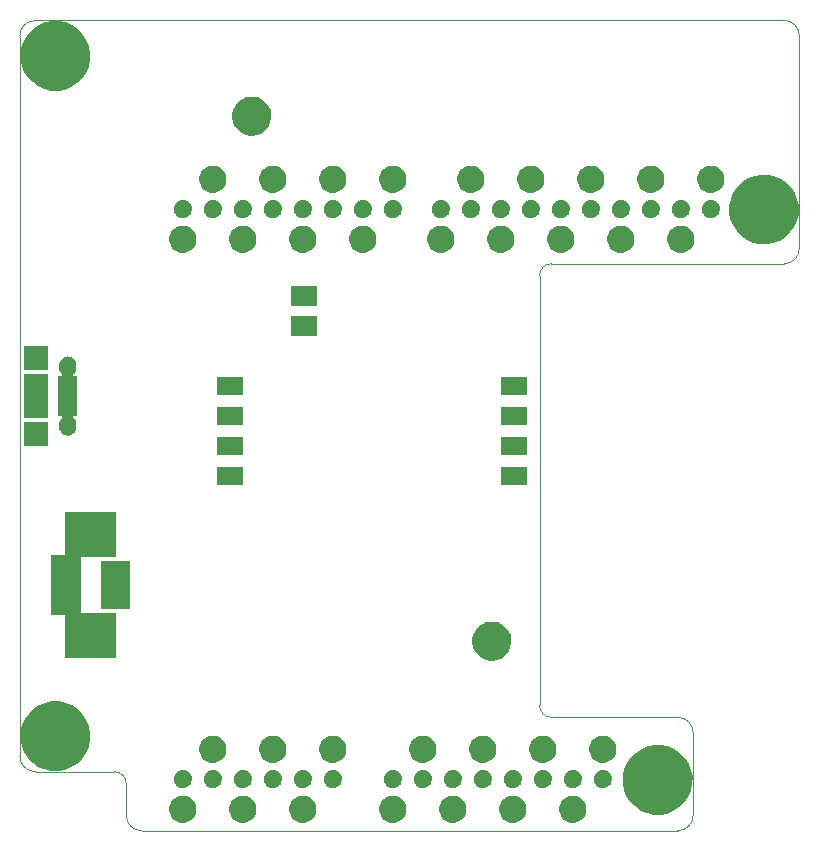
<source format=gts>
G04 (created by PCBNEW (2013-05-31 BZR 4019)-stable) date 23/02/2014 19:03:25*
%MOIN*%
G04 Gerber Fmt 3.4, Leading zero omitted, Abs format*
%FSLAX34Y34*%
G01*
G70*
G90*
G04 APERTURE LIST*
%ADD10C,0.00590551*%
%ADD11C,0.000393701*%
G04 APERTURE END LIST*
G54D10*
G54D11*
X42173Y-51606D02*
X42173Y-27590D01*
X42173Y-27590D02*
G75*
G02X42685Y-27078I511J0D01*
G74*
G01*
X45716Y-52511D02*
X45716Y-53574D01*
X42685Y-52118D02*
X45322Y-52118D01*
X67645Y-27078D02*
X42685Y-27078D01*
X68157Y-34677D02*
X68157Y-27590D01*
X59889Y-35188D02*
X67645Y-35188D01*
X59496Y-49913D02*
X59496Y-35582D01*
X64102Y-50307D02*
X59889Y-50307D01*
X64614Y-53574D02*
X64614Y-50818D01*
X46228Y-54086D02*
X64102Y-54086D01*
X45322Y-52118D02*
G75*
G02X45716Y-52511I0J-393D01*
G74*
G01*
X42685Y-52118D02*
G75*
G02X42173Y-51606I0J511D01*
G74*
G01*
X67645Y-27078D02*
G75*
G02X68157Y-27590I0J-511D01*
G74*
G01*
X68157Y-34678D02*
G75*
G02X67645Y-35188I-511J0D01*
G74*
G01*
X59496Y-35581D02*
G75*
G02X59889Y-35188I393J0D01*
G74*
G01*
X59889Y-50307D02*
G75*
G02X59496Y-49913I0J393D01*
G74*
G01*
X64103Y-50307D02*
G75*
G02X64614Y-50818I0J-511D01*
G74*
G01*
X64614Y-53575D02*
G75*
G02X64102Y-54086I-511J0D01*
G74*
G01*
X46227Y-54086D02*
G75*
G02X45716Y-53574I0J511D01*
G74*
G01*
G54D10*
G36*
X43099Y-38733D02*
X42310Y-38733D01*
X42310Y-37944D01*
X43099Y-37944D01*
X43099Y-38733D01*
X43099Y-38733D01*
G37*
G36*
X43099Y-40347D02*
X42310Y-40347D01*
X42310Y-39606D01*
X42310Y-39590D01*
X42310Y-38849D01*
X43099Y-38849D01*
X43099Y-39590D01*
X43099Y-39606D01*
X43099Y-40347D01*
X43099Y-40347D01*
G37*
G36*
X43099Y-41252D02*
X42310Y-41252D01*
X42310Y-40463D01*
X43099Y-40463D01*
X43099Y-41252D01*
X43099Y-41252D01*
G37*
G36*
X44093Y-40258D02*
X43999Y-40258D01*
X43983Y-40258D01*
X43969Y-40264D01*
X43958Y-40275D01*
X43952Y-40289D01*
X43952Y-40304D01*
X43958Y-40319D01*
X43969Y-40329D01*
X43970Y-40330D01*
X44005Y-40373D01*
X44031Y-40422D01*
X44047Y-40476D01*
X44053Y-40539D01*
X44053Y-40626D01*
X44053Y-40630D01*
X44053Y-40637D01*
X44053Y-40637D01*
X44046Y-40692D01*
X44046Y-40692D01*
X44046Y-40693D01*
X44030Y-40745D01*
X44002Y-40795D01*
X43967Y-40837D01*
X43923Y-40872D01*
X43874Y-40898D01*
X43820Y-40914D01*
X43766Y-40919D01*
X43710Y-40913D01*
X43657Y-40896D01*
X43607Y-40870D01*
X43565Y-40834D01*
X43529Y-40791D01*
X43503Y-40742D01*
X43487Y-40689D01*
X43481Y-40626D01*
X43481Y-40539D01*
X43481Y-40534D01*
X43482Y-40528D01*
X43482Y-40527D01*
X43488Y-40472D01*
X43488Y-40472D01*
X43488Y-40471D01*
X43505Y-40419D01*
X43532Y-40370D01*
X43570Y-40325D01*
X43576Y-40319D01*
X43581Y-40304D01*
X43581Y-40289D01*
X43576Y-40275D01*
X43565Y-40264D01*
X43551Y-40258D01*
X43535Y-40258D01*
X43442Y-40258D01*
X43442Y-40049D01*
X43442Y-40033D01*
X43442Y-39930D01*
X43442Y-39915D01*
X43442Y-39793D01*
X43442Y-39777D01*
X43442Y-39675D01*
X43442Y-39659D01*
X43442Y-39537D01*
X43442Y-39521D01*
X43442Y-39419D01*
X43442Y-39403D01*
X43442Y-39281D01*
X43442Y-39265D01*
X43442Y-39163D01*
X43442Y-39147D01*
X43442Y-38938D01*
X43536Y-38938D01*
X43551Y-38938D01*
X43565Y-38932D01*
X43576Y-38921D01*
X43582Y-38907D01*
X43582Y-38891D01*
X43576Y-38877D01*
X43565Y-38866D01*
X43565Y-38866D01*
X43529Y-38823D01*
X43503Y-38774D01*
X43487Y-38720D01*
X43481Y-38657D01*
X43481Y-38570D01*
X43481Y-38566D01*
X43482Y-38559D01*
X43482Y-38559D01*
X43488Y-38503D01*
X43488Y-38503D01*
X43488Y-38503D01*
X43505Y-38451D01*
X43532Y-38401D01*
X43567Y-38359D01*
X43611Y-38324D01*
X43660Y-38298D01*
X43714Y-38282D01*
X43769Y-38277D01*
X43825Y-38283D01*
X43878Y-38299D01*
X43927Y-38326D01*
X43970Y-38361D01*
X44005Y-38405D01*
X44031Y-38454D01*
X44047Y-38507D01*
X44053Y-38570D01*
X44053Y-38657D01*
X44053Y-38662D01*
X44053Y-38668D01*
X44053Y-38668D01*
X44046Y-38724D01*
X44046Y-38724D01*
X44046Y-38725D01*
X44030Y-38777D01*
X44002Y-38826D01*
X43965Y-38871D01*
X43959Y-38877D01*
X43953Y-38891D01*
X43953Y-38907D01*
X43959Y-38921D01*
X43970Y-38932D01*
X43984Y-38938D01*
X43999Y-38938D01*
X44093Y-38938D01*
X44093Y-39147D01*
X44093Y-39163D01*
X44093Y-39265D01*
X44093Y-39281D01*
X44093Y-39403D01*
X44093Y-39419D01*
X44093Y-39521D01*
X44093Y-39537D01*
X44093Y-39659D01*
X44093Y-39675D01*
X44093Y-39777D01*
X44093Y-39793D01*
X44093Y-39915D01*
X44093Y-39930D01*
X44093Y-40033D01*
X44093Y-40049D01*
X44093Y-40258D01*
X44093Y-40258D01*
G37*
G36*
X44516Y-28148D02*
X44512Y-28403D01*
X44461Y-28631D01*
X44370Y-28833D01*
X44236Y-29024D01*
X44075Y-29177D01*
X43878Y-29303D01*
X43671Y-29383D01*
X43440Y-29423D01*
X43219Y-29419D01*
X42990Y-29369D01*
X42787Y-29280D01*
X42595Y-29146D01*
X42441Y-28987D01*
X42314Y-28790D01*
X42233Y-28584D01*
X42190Y-28354D01*
X42193Y-28133D01*
X42242Y-27903D01*
X42329Y-27700D01*
X42462Y-27506D01*
X42620Y-27352D01*
X42816Y-27223D01*
X43021Y-27140D01*
X43252Y-27096D01*
X43472Y-27098D01*
X43703Y-27145D01*
X43906Y-27231D01*
X44101Y-27362D01*
X44256Y-27519D01*
X44386Y-27715D01*
X44470Y-27918D01*
X44516Y-28148D01*
X44516Y-28148D01*
G37*
G36*
X44516Y-50825D02*
X44512Y-51080D01*
X44461Y-51308D01*
X44370Y-51511D01*
X44236Y-51701D01*
X44075Y-51855D01*
X43878Y-51980D01*
X43671Y-52060D01*
X43440Y-52101D01*
X43219Y-52096D01*
X42990Y-52046D01*
X42787Y-51957D01*
X42595Y-51823D01*
X42441Y-51664D01*
X42314Y-51467D01*
X42233Y-51261D01*
X42190Y-51031D01*
X42193Y-50810D01*
X42242Y-50580D01*
X42329Y-50377D01*
X42462Y-50183D01*
X42620Y-50029D01*
X42816Y-49900D01*
X43021Y-49818D01*
X43252Y-49774D01*
X43472Y-49775D01*
X43703Y-49822D01*
X43906Y-49908D01*
X44101Y-50039D01*
X44256Y-50196D01*
X44386Y-50392D01*
X44470Y-50595D01*
X44516Y-50825D01*
X44516Y-50825D01*
G37*
G36*
X45382Y-48339D02*
X43688Y-48339D01*
X43688Y-46928D01*
X43688Y-46913D01*
X43682Y-46899D01*
X43671Y-46888D01*
X43657Y-46882D01*
X43641Y-46882D01*
X43215Y-46882D01*
X43215Y-46535D01*
X43215Y-46519D01*
X43215Y-46456D01*
X43215Y-46441D01*
X43215Y-46141D01*
X43215Y-46126D01*
X43215Y-46062D01*
X43215Y-46047D01*
X43215Y-45747D01*
X43215Y-45732D01*
X43215Y-45669D01*
X43215Y-45653D01*
X43215Y-45354D01*
X43215Y-45338D01*
X43215Y-45275D01*
X43215Y-45260D01*
X43215Y-44912D01*
X43641Y-44912D01*
X43657Y-44912D01*
X43671Y-44906D01*
X43682Y-44895D01*
X43688Y-44881D01*
X43688Y-44866D01*
X43688Y-43455D01*
X45382Y-43455D01*
X45382Y-44953D01*
X44247Y-44953D01*
X44232Y-44953D01*
X44218Y-44959D01*
X44207Y-44970D01*
X44201Y-44984D01*
X44201Y-44999D01*
X44201Y-45260D01*
X44201Y-45275D01*
X44201Y-45338D01*
X44201Y-45354D01*
X44201Y-45653D01*
X44201Y-45669D01*
X44201Y-45732D01*
X44201Y-45747D01*
X44201Y-46047D01*
X44201Y-46062D01*
X44201Y-46126D01*
X44201Y-46141D01*
X44201Y-46441D01*
X44201Y-46456D01*
X44201Y-46519D01*
X44201Y-46535D01*
X44201Y-46795D01*
X44201Y-46810D01*
X44207Y-46825D01*
X44218Y-46835D01*
X44232Y-46841D01*
X44247Y-46841D01*
X45382Y-46841D01*
X45382Y-48339D01*
X45382Y-48339D01*
G37*
G36*
X45855Y-46685D02*
X44869Y-46685D01*
X44869Y-46338D01*
X44869Y-46323D01*
X44869Y-46259D01*
X44869Y-46244D01*
X44869Y-45944D01*
X44869Y-45929D01*
X44869Y-45865D01*
X44869Y-45850D01*
X44869Y-45550D01*
X44869Y-45535D01*
X44869Y-45472D01*
X44869Y-45456D01*
X44869Y-45109D01*
X45855Y-45109D01*
X45855Y-45456D01*
X45855Y-45472D01*
X45855Y-45535D01*
X45855Y-45550D01*
X45855Y-45850D01*
X45855Y-45865D01*
X45855Y-45929D01*
X45855Y-45944D01*
X45855Y-46244D01*
X45855Y-46259D01*
X45855Y-46323D01*
X45855Y-46338D01*
X45855Y-46685D01*
X45855Y-46685D01*
G37*
G36*
X47908Y-33342D02*
X47907Y-33405D01*
X47892Y-33469D01*
X47870Y-33519D01*
X47832Y-33572D01*
X47793Y-33610D01*
X47738Y-33645D01*
X47687Y-33664D01*
X47622Y-33676D01*
X47569Y-33675D01*
X47504Y-33661D01*
X47455Y-33639D01*
X47401Y-33601D01*
X47363Y-33563D01*
X47327Y-33507D01*
X47308Y-33457D01*
X47296Y-33392D01*
X47296Y-33339D01*
X47310Y-33274D01*
X47331Y-33225D01*
X47369Y-33170D01*
X47407Y-33133D01*
X47463Y-33096D01*
X47512Y-33076D01*
X47578Y-33064D01*
X47630Y-33064D01*
X47696Y-33077D01*
X47745Y-33098D01*
X47800Y-33135D01*
X47837Y-33173D01*
X47875Y-33229D01*
X47895Y-33277D01*
X47908Y-33342D01*
X47908Y-33342D01*
G37*
G36*
X47908Y-52342D02*
X47907Y-52405D01*
X47892Y-52469D01*
X47870Y-52519D01*
X47832Y-52572D01*
X47793Y-52610D01*
X47738Y-52645D01*
X47687Y-52664D01*
X47622Y-52676D01*
X47569Y-52675D01*
X47504Y-52661D01*
X47455Y-52639D01*
X47401Y-52601D01*
X47363Y-52563D01*
X47327Y-52507D01*
X47308Y-52457D01*
X47296Y-52392D01*
X47296Y-52339D01*
X47310Y-52274D01*
X47331Y-52225D01*
X47369Y-52170D01*
X47407Y-52133D01*
X47463Y-52096D01*
X47512Y-52076D01*
X47578Y-52064D01*
X47630Y-52064D01*
X47696Y-52077D01*
X47745Y-52098D01*
X47800Y-52135D01*
X47837Y-52173D01*
X47875Y-52229D01*
X47895Y-52277D01*
X47908Y-52342D01*
X47908Y-52342D01*
G37*
G36*
X48055Y-34328D02*
X48054Y-34424D01*
X48033Y-34516D01*
X47999Y-34592D01*
X47945Y-34669D01*
X47884Y-34727D01*
X47804Y-34777D01*
X47727Y-34807D01*
X47634Y-34824D01*
X47551Y-34822D01*
X47458Y-34802D01*
X47382Y-34769D01*
X47304Y-34714D01*
X47247Y-34655D01*
X47195Y-34575D01*
X47165Y-34498D01*
X47148Y-34404D01*
X47149Y-34322D01*
X47169Y-34229D01*
X47201Y-34153D01*
X47255Y-34074D01*
X47314Y-34017D01*
X47394Y-33964D01*
X47470Y-33934D01*
X47564Y-33916D01*
X47646Y-33916D01*
X47740Y-33936D01*
X47815Y-33967D01*
X47895Y-34021D01*
X47952Y-34079D01*
X48006Y-34159D01*
X48037Y-34234D01*
X48055Y-34328D01*
X48055Y-34328D01*
G37*
G36*
X48055Y-53328D02*
X48054Y-53424D01*
X48033Y-53516D01*
X47999Y-53592D01*
X47945Y-53669D01*
X47884Y-53727D01*
X47804Y-53777D01*
X47727Y-53807D01*
X47634Y-53824D01*
X47551Y-53822D01*
X47458Y-53802D01*
X47382Y-53769D01*
X47304Y-53714D01*
X47247Y-53655D01*
X47195Y-53575D01*
X47165Y-53498D01*
X47148Y-53404D01*
X47149Y-53322D01*
X47169Y-53229D01*
X47201Y-53153D01*
X47255Y-53074D01*
X47314Y-53017D01*
X47394Y-52964D01*
X47470Y-52934D01*
X47564Y-52916D01*
X47646Y-52916D01*
X47740Y-52936D01*
X47815Y-52967D01*
X47895Y-53021D01*
X47952Y-53079D01*
X48006Y-53159D01*
X48037Y-53234D01*
X48055Y-53328D01*
X48055Y-53328D01*
G37*
G36*
X48908Y-33342D02*
X48907Y-33405D01*
X48892Y-33469D01*
X48870Y-33519D01*
X48832Y-33572D01*
X48793Y-33610D01*
X48738Y-33645D01*
X48687Y-33664D01*
X48622Y-33676D01*
X48569Y-33675D01*
X48504Y-33661D01*
X48455Y-33639D01*
X48401Y-33601D01*
X48363Y-33563D01*
X48327Y-33507D01*
X48308Y-33457D01*
X48296Y-33392D01*
X48296Y-33339D01*
X48310Y-33274D01*
X48331Y-33225D01*
X48369Y-33170D01*
X48407Y-33133D01*
X48463Y-33096D01*
X48512Y-33076D01*
X48578Y-33064D01*
X48630Y-33064D01*
X48696Y-33077D01*
X48745Y-33098D01*
X48800Y-33135D01*
X48837Y-33173D01*
X48875Y-33229D01*
X48895Y-33277D01*
X48908Y-33342D01*
X48908Y-33342D01*
G37*
G36*
X48908Y-52342D02*
X48907Y-52405D01*
X48892Y-52469D01*
X48870Y-52519D01*
X48832Y-52572D01*
X48793Y-52610D01*
X48738Y-52645D01*
X48687Y-52664D01*
X48622Y-52676D01*
X48569Y-52675D01*
X48504Y-52661D01*
X48455Y-52639D01*
X48401Y-52601D01*
X48363Y-52563D01*
X48327Y-52507D01*
X48308Y-52457D01*
X48296Y-52392D01*
X48296Y-52339D01*
X48310Y-52274D01*
X48331Y-52225D01*
X48369Y-52170D01*
X48407Y-52133D01*
X48463Y-52096D01*
X48512Y-52076D01*
X48578Y-52064D01*
X48630Y-52064D01*
X48696Y-52077D01*
X48745Y-52098D01*
X48800Y-52135D01*
X48837Y-52173D01*
X48875Y-52229D01*
X48895Y-52277D01*
X48908Y-52342D01*
X48908Y-52342D01*
G37*
G36*
X49055Y-32328D02*
X49054Y-32424D01*
X49033Y-32516D01*
X48999Y-32592D01*
X48945Y-32669D01*
X48884Y-32727D01*
X48804Y-32777D01*
X48727Y-32807D01*
X48634Y-32824D01*
X48551Y-32822D01*
X48458Y-32802D01*
X48382Y-32769D01*
X48304Y-32714D01*
X48247Y-32655D01*
X48195Y-32575D01*
X48165Y-32498D01*
X48148Y-32404D01*
X48149Y-32322D01*
X48169Y-32229D01*
X48201Y-32153D01*
X48255Y-32074D01*
X48314Y-32017D01*
X48394Y-31964D01*
X48470Y-31934D01*
X48564Y-31916D01*
X48646Y-31916D01*
X48740Y-31936D01*
X48815Y-31967D01*
X48895Y-32021D01*
X48952Y-32079D01*
X49006Y-32159D01*
X49037Y-32234D01*
X49055Y-32328D01*
X49055Y-32328D01*
G37*
G36*
X49055Y-51328D02*
X49054Y-51424D01*
X49033Y-51516D01*
X48999Y-51592D01*
X48945Y-51669D01*
X48884Y-51727D01*
X48804Y-51777D01*
X48727Y-51807D01*
X48634Y-51824D01*
X48551Y-51822D01*
X48458Y-51802D01*
X48382Y-51769D01*
X48304Y-51714D01*
X48247Y-51655D01*
X48195Y-51575D01*
X48165Y-51498D01*
X48148Y-51404D01*
X48149Y-51322D01*
X48169Y-51229D01*
X48201Y-51153D01*
X48255Y-51074D01*
X48314Y-51017D01*
X48394Y-50964D01*
X48470Y-50934D01*
X48564Y-50916D01*
X48646Y-50916D01*
X48740Y-50936D01*
X48815Y-50967D01*
X48895Y-51021D01*
X48952Y-51079D01*
X49006Y-51159D01*
X49037Y-51234D01*
X49055Y-51328D01*
X49055Y-51328D01*
G37*
G36*
X49595Y-39563D02*
X48727Y-39563D01*
X48727Y-38971D01*
X49595Y-38971D01*
X49595Y-39563D01*
X49595Y-39563D01*
G37*
G36*
X49595Y-40563D02*
X48727Y-40563D01*
X48727Y-39971D01*
X49595Y-39971D01*
X49595Y-40563D01*
X49595Y-40563D01*
G37*
G36*
X49595Y-41563D02*
X48727Y-41563D01*
X48727Y-40971D01*
X49595Y-40971D01*
X49595Y-41563D01*
X49595Y-41563D01*
G37*
G36*
X49595Y-42563D02*
X48727Y-42563D01*
X48727Y-41971D01*
X49595Y-41971D01*
X49595Y-42563D01*
X49595Y-42563D01*
G37*
G36*
X49908Y-33342D02*
X49907Y-33405D01*
X49892Y-33469D01*
X49870Y-33519D01*
X49832Y-33572D01*
X49793Y-33610D01*
X49738Y-33645D01*
X49687Y-33664D01*
X49622Y-33676D01*
X49569Y-33675D01*
X49504Y-33661D01*
X49455Y-33639D01*
X49401Y-33601D01*
X49363Y-33563D01*
X49327Y-33507D01*
X49308Y-33457D01*
X49296Y-33392D01*
X49296Y-33339D01*
X49310Y-33274D01*
X49331Y-33225D01*
X49369Y-33170D01*
X49407Y-33133D01*
X49463Y-33096D01*
X49512Y-33076D01*
X49578Y-33064D01*
X49630Y-33064D01*
X49696Y-33077D01*
X49745Y-33098D01*
X49800Y-33135D01*
X49837Y-33173D01*
X49875Y-33229D01*
X49895Y-33277D01*
X49908Y-33342D01*
X49908Y-33342D01*
G37*
G36*
X49908Y-52342D02*
X49907Y-52405D01*
X49892Y-52469D01*
X49870Y-52519D01*
X49832Y-52572D01*
X49793Y-52610D01*
X49738Y-52645D01*
X49687Y-52664D01*
X49622Y-52676D01*
X49569Y-52675D01*
X49504Y-52661D01*
X49455Y-52639D01*
X49401Y-52601D01*
X49363Y-52563D01*
X49327Y-52507D01*
X49308Y-52457D01*
X49296Y-52392D01*
X49296Y-52339D01*
X49310Y-52274D01*
X49331Y-52225D01*
X49369Y-52170D01*
X49407Y-52133D01*
X49463Y-52096D01*
X49512Y-52076D01*
X49578Y-52064D01*
X49630Y-52064D01*
X49696Y-52077D01*
X49745Y-52098D01*
X49800Y-52135D01*
X49837Y-52173D01*
X49875Y-52229D01*
X49895Y-52277D01*
X49908Y-52342D01*
X49908Y-52342D01*
G37*
G36*
X50055Y-34328D02*
X50054Y-34424D01*
X50033Y-34516D01*
X49999Y-34592D01*
X49945Y-34669D01*
X49884Y-34727D01*
X49804Y-34777D01*
X49727Y-34807D01*
X49634Y-34824D01*
X49551Y-34822D01*
X49458Y-34802D01*
X49382Y-34769D01*
X49304Y-34714D01*
X49247Y-34655D01*
X49195Y-34575D01*
X49165Y-34498D01*
X49148Y-34404D01*
X49149Y-34322D01*
X49169Y-34229D01*
X49201Y-34153D01*
X49255Y-34074D01*
X49314Y-34017D01*
X49394Y-33964D01*
X49470Y-33934D01*
X49564Y-33916D01*
X49646Y-33916D01*
X49740Y-33936D01*
X49815Y-33967D01*
X49895Y-34021D01*
X49952Y-34079D01*
X50006Y-34159D01*
X50037Y-34234D01*
X50055Y-34328D01*
X50055Y-34328D01*
G37*
G36*
X50055Y-53328D02*
X50054Y-53424D01*
X50033Y-53516D01*
X49999Y-53592D01*
X49945Y-53669D01*
X49884Y-53727D01*
X49804Y-53777D01*
X49727Y-53807D01*
X49634Y-53824D01*
X49551Y-53822D01*
X49458Y-53802D01*
X49382Y-53769D01*
X49304Y-53714D01*
X49247Y-53655D01*
X49195Y-53575D01*
X49165Y-53498D01*
X49148Y-53404D01*
X49149Y-53322D01*
X49169Y-53229D01*
X49201Y-53153D01*
X49255Y-53074D01*
X49314Y-53017D01*
X49394Y-52964D01*
X49470Y-52934D01*
X49564Y-52916D01*
X49646Y-52916D01*
X49740Y-52936D01*
X49815Y-52967D01*
X49895Y-53021D01*
X49952Y-53079D01*
X50006Y-53159D01*
X50037Y-53234D01*
X50055Y-53328D01*
X50055Y-53328D01*
G37*
G36*
X50555Y-30206D02*
X50553Y-30346D01*
X50524Y-30476D01*
X50474Y-30587D01*
X50397Y-30696D01*
X50309Y-30780D01*
X50197Y-30851D01*
X50084Y-30895D01*
X49952Y-30919D01*
X49831Y-30916D01*
X49700Y-30887D01*
X49589Y-30839D01*
X49479Y-30762D01*
X49395Y-30675D01*
X49323Y-30563D01*
X49278Y-30450D01*
X49254Y-30319D01*
X49256Y-30198D01*
X49284Y-30067D01*
X49331Y-29956D01*
X49407Y-29845D01*
X49493Y-29760D01*
X49606Y-29687D01*
X49717Y-29642D01*
X49849Y-29616D01*
X49970Y-29617D01*
X50102Y-29644D01*
X50212Y-29691D01*
X50324Y-29766D01*
X50409Y-29852D01*
X50483Y-29964D01*
X50529Y-30075D01*
X50555Y-30206D01*
X50555Y-30206D01*
G37*
G36*
X50908Y-33342D02*
X50907Y-33405D01*
X50892Y-33469D01*
X50870Y-33519D01*
X50832Y-33572D01*
X50793Y-33610D01*
X50738Y-33645D01*
X50687Y-33664D01*
X50622Y-33676D01*
X50569Y-33675D01*
X50504Y-33661D01*
X50455Y-33639D01*
X50401Y-33601D01*
X50363Y-33563D01*
X50327Y-33507D01*
X50308Y-33457D01*
X50296Y-33392D01*
X50296Y-33339D01*
X50310Y-33274D01*
X50331Y-33225D01*
X50369Y-33170D01*
X50407Y-33133D01*
X50463Y-33096D01*
X50512Y-33076D01*
X50578Y-33064D01*
X50630Y-33064D01*
X50696Y-33077D01*
X50745Y-33098D01*
X50800Y-33135D01*
X50837Y-33173D01*
X50875Y-33229D01*
X50895Y-33277D01*
X50908Y-33342D01*
X50908Y-33342D01*
G37*
G36*
X50908Y-52342D02*
X50907Y-52405D01*
X50892Y-52469D01*
X50870Y-52519D01*
X50832Y-52572D01*
X50793Y-52610D01*
X50738Y-52645D01*
X50687Y-52664D01*
X50622Y-52676D01*
X50569Y-52675D01*
X50504Y-52661D01*
X50455Y-52639D01*
X50401Y-52601D01*
X50363Y-52563D01*
X50327Y-52507D01*
X50308Y-52457D01*
X50296Y-52392D01*
X50296Y-52339D01*
X50310Y-52274D01*
X50331Y-52225D01*
X50369Y-52170D01*
X50407Y-52133D01*
X50463Y-52096D01*
X50512Y-52076D01*
X50578Y-52064D01*
X50630Y-52064D01*
X50696Y-52077D01*
X50745Y-52098D01*
X50800Y-52135D01*
X50837Y-52173D01*
X50875Y-52229D01*
X50895Y-52277D01*
X50908Y-52342D01*
X50908Y-52342D01*
G37*
G36*
X51055Y-32328D02*
X51054Y-32424D01*
X51033Y-32516D01*
X50999Y-32592D01*
X50945Y-32669D01*
X50884Y-32727D01*
X50804Y-32777D01*
X50727Y-32807D01*
X50634Y-32824D01*
X50551Y-32822D01*
X50458Y-32802D01*
X50382Y-32769D01*
X50304Y-32714D01*
X50247Y-32655D01*
X50195Y-32575D01*
X50165Y-32498D01*
X50148Y-32404D01*
X50149Y-32322D01*
X50169Y-32229D01*
X50201Y-32153D01*
X50255Y-32074D01*
X50314Y-32017D01*
X50394Y-31964D01*
X50470Y-31934D01*
X50564Y-31916D01*
X50646Y-31916D01*
X50740Y-31936D01*
X50815Y-31967D01*
X50895Y-32021D01*
X50952Y-32079D01*
X51006Y-32159D01*
X51037Y-32234D01*
X51055Y-32328D01*
X51055Y-32328D01*
G37*
G36*
X51055Y-51328D02*
X51054Y-51424D01*
X51033Y-51516D01*
X50999Y-51592D01*
X50945Y-51669D01*
X50884Y-51727D01*
X50804Y-51777D01*
X50727Y-51807D01*
X50634Y-51824D01*
X50551Y-51822D01*
X50458Y-51802D01*
X50382Y-51769D01*
X50304Y-51714D01*
X50247Y-51655D01*
X50195Y-51575D01*
X50165Y-51498D01*
X50148Y-51404D01*
X50149Y-51322D01*
X50169Y-51229D01*
X50201Y-51153D01*
X50255Y-51074D01*
X50314Y-51017D01*
X50394Y-50964D01*
X50470Y-50934D01*
X50564Y-50916D01*
X50646Y-50916D01*
X50740Y-50936D01*
X50815Y-50967D01*
X50895Y-51021D01*
X50952Y-51079D01*
X51006Y-51159D01*
X51037Y-51234D01*
X51055Y-51328D01*
X51055Y-51328D01*
G37*
G36*
X51908Y-33342D02*
X51907Y-33405D01*
X51892Y-33469D01*
X51870Y-33519D01*
X51832Y-33572D01*
X51793Y-33610D01*
X51738Y-33645D01*
X51687Y-33664D01*
X51622Y-33676D01*
X51569Y-33675D01*
X51504Y-33661D01*
X51455Y-33639D01*
X51401Y-33601D01*
X51363Y-33563D01*
X51327Y-33507D01*
X51308Y-33457D01*
X51296Y-33392D01*
X51296Y-33339D01*
X51310Y-33274D01*
X51331Y-33225D01*
X51369Y-33170D01*
X51407Y-33133D01*
X51463Y-33096D01*
X51512Y-33076D01*
X51578Y-33064D01*
X51630Y-33064D01*
X51696Y-33077D01*
X51745Y-33098D01*
X51800Y-33135D01*
X51837Y-33173D01*
X51875Y-33229D01*
X51895Y-33277D01*
X51908Y-33342D01*
X51908Y-33342D01*
G37*
G36*
X51908Y-52342D02*
X51907Y-52405D01*
X51892Y-52469D01*
X51870Y-52519D01*
X51832Y-52572D01*
X51793Y-52610D01*
X51738Y-52645D01*
X51687Y-52664D01*
X51622Y-52676D01*
X51569Y-52675D01*
X51504Y-52661D01*
X51455Y-52639D01*
X51401Y-52601D01*
X51363Y-52563D01*
X51327Y-52507D01*
X51308Y-52457D01*
X51296Y-52392D01*
X51296Y-52339D01*
X51310Y-52274D01*
X51331Y-52225D01*
X51369Y-52170D01*
X51407Y-52133D01*
X51463Y-52096D01*
X51512Y-52076D01*
X51578Y-52064D01*
X51630Y-52064D01*
X51696Y-52077D01*
X51745Y-52098D01*
X51800Y-52135D01*
X51837Y-52173D01*
X51875Y-52229D01*
X51895Y-52277D01*
X51908Y-52342D01*
X51908Y-52342D01*
G37*
G36*
X52055Y-34328D02*
X52054Y-34424D01*
X52033Y-34516D01*
X51999Y-34592D01*
X51945Y-34669D01*
X51884Y-34727D01*
X51804Y-34777D01*
X51727Y-34807D01*
X51634Y-34824D01*
X51551Y-34822D01*
X51458Y-34802D01*
X51382Y-34769D01*
X51304Y-34714D01*
X51247Y-34655D01*
X51195Y-34575D01*
X51165Y-34498D01*
X51148Y-34404D01*
X51149Y-34322D01*
X51169Y-34229D01*
X51201Y-34153D01*
X51255Y-34074D01*
X51314Y-34017D01*
X51394Y-33964D01*
X51470Y-33934D01*
X51564Y-33916D01*
X51646Y-33916D01*
X51740Y-33936D01*
X51815Y-33967D01*
X51895Y-34021D01*
X51952Y-34079D01*
X52006Y-34159D01*
X52037Y-34234D01*
X52055Y-34328D01*
X52055Y-34328D01*
G37*
G36*
X52055Y-53328D02*
X52054Y-53424D01*
X52033Y-53516D01*
X51999Y-53592D01*
X51945Y-53669D01*
X51884Y-53727D01*
X51804Y-53777D01*
X51727Y-53807D01*
X51634Y-53824D01*
X51551Y-53822D01*
X51458Y-53802D01*
X51382Y-53769D01*
X51304Y-53714D01*
X51247Y-53655D01*
X51195Y-53575D01*
X51165Y-53498D01*
X51148Y-53404D01*
X51149Y-53322D01*
X51169Y-53229D01*
X51201Y-53153D01*
X51255Y-53074D01*
X51314Y-53017D01*
X51394Y-52964D01*
X51470Y-52934D01*
X51564Y-52916D01*
X51646Y-52916D01*
X51740Y-52936D01*
X51815Y-52967D01*
X51895Y-53021D01*
X51952Y-53079D01*
X52006Y-53159D01*
X52037Y-53234D01*
X52055Y-53328D01*
X52055Y-53328D01*
G37*
G36*
X52075Y-36603D02*
X51207Y-36603D01*
X51207Y-35932D01*
X52075Y-35932D01*
X52075Y-36603D01*
X52075Y-36603D01*
G37*
G36*
X52075Y-37603D02*
X51207Y-37603D01*
X51207Y-36932D01*
X52075Y-36932D01*
X52075Y-37603D01*
X52075Y-37603D01*
G37*
G36*
X52908Y-33342D02*
X52907Y-33405D01*
X52892Y-33469D01*
X52870Y-33519D01*
X52832Y-33572D01*
X52793Y-33610D01*
X52738Y-33645D01*
X52687Y-33664D01*
X52622Y-33676D01*
X52569Y-33675D01*
X52504Y-33661D01*
X52455Y-33639D01*
X52401Y-33601D01*
X52363Y-33563D01*
X52327Y-33507D01*
X52308Y-33457D01*
X52296Y-33392D01*
X52296Y-33339D01*
X52310Y-33274D01*
X52331Y-33225D01*
X52369Y-33170D01*
X52407Y-33133D01*
X52463Y-33096D01*
X52512Y-33076D01*
X52578Y-33064D01*
X52630Y-33064D01*
X52696Y-33077D01*
X52745Y-33098D01*
X52800Y-33135D01*
X52837Y-33173D01*
X52875Y-33229D01*
X52895Y-33277D01*
X52908Y-33342D01*
X52908Y-33342D01*
G37*
G36*
X52908Y-52342D02*
X52907Y-52405D01*
X52892Y-52469D01*
X52870Y-52519D01*
X52832Y-52572D01*
X52793Y-52610D01*
X52738Y-52645D01*
X52687Y-52664D01*
X52622Y-52676D01*
X52569Y-52675D01*
X52504Y-52661D01*
X52455Y-52639D01*
X52401Y-52601D01*
X52363Y-52563D01*
X52327Y-52507D01*
X52308Y-52457D01*
X52296Y-52392D01*
X52296Y-52339D01*
X52310Y-52274D01*
X52331Y-52225D01*
X52369Y-52170D01*
X52407Y-52133D01*
X52463Y-52096D01*
X52512Y-52076D01*
X52578Y-52064D01*
X52630Y-52064D01*
X52696Y-52077D01*
X52745Y-52098D01*
X52800Y-52135D01*
X52837Y-52173D01*
X52875Y-52229D01*
X52895Y-52277D01*
X52908Y-52342D01*
X52908Y-52342D01*
G37*
G36*
X53055Y-32328D02*
X53054Y-32424D01*
X53033Y-32516D01*
X52999Y-32592D01*
X52945Y-32669D01*
X52884Y-32727D01*
X52804Y-32777D01*
X52727Y-32807D01*
X52634Y-32824D01*
X52551Y-32822D01*
X52458Y-32802D01*
X52382Y-32769D01*
X52304Y-32714D01*
X52247Y-32655D01*
X52195Y-32575D01*
X52165Y-32498D01*
X52148Y-32404D01*
X52149Y-32322D01*
X52169Y-32229D01*
X52201Y-32153D01*
X52255Y-32074D01*
X52314Y-32017D01*
X52394Y-31964D01*
X52470Y-31934D01*
X52564Y-31916D01*
X52646Y-31916D01*
X52740Y-31936D01*
X52815Y-31967D01*
X52895Y-32021D01*
X52952Y-32079D01*
X53006Y-32159D01*
X53037Y-32234D01*
X53055Y-32328D01*
X53055Y-32328D01*
G37*
G36*
X53055Y-51328D02*
X53054Y-51424D01*
X53033Y-51516D01*
X52999Y-51592D01*
X52945Y-51669D01*
X52884Y-51727D01*
X52804Y-51777D01*
X52727Y-51807D01*
X52634Y-51824D01*
X52551Y-51822D01*
X52458Y-51802D01*
X52382Y-51769D01*
X52304Y-51714D01*
X52247Y-51655D01*
X52195Y-51575D01*
X52165Y-51498D01*
X52148Y-51404D01*
X52149Y-51322D01*
X52169Y-51229D01*
X52201Y-51153D01*
X52255Y-51074D01*
X52314Y-51017D01*
X52394Y-50964D01*
X52470Y-50934D01*
X52564Y-50916D01*
X52646Y-50916D01*
X52740Y-50936D01*
X52815Y-50967D01*
X52895Y-51021D01*
X52952Y-51079D01*
X53006Y-51159D01*
X53037Y-51234D01*
X53055Y-51328D01*
X53055Y-51328D01*
G37*
G36*
X53908Y-33342D02*
X53907Y-33405D01*
X53892Y-33469D01*
X53870Y-33519D01*
X53832Y-33572D01*
X53793Y-33610D01*
X53738Y-33645D01*
X53687Y-33664D01*
X53622Y-33676D01*
X53569Y-33675D01*
X53504Y-33661D01*
X53455Y-33639D01*
X53401Y-33601D01*
X53363Y-33563D01*
X53327Y-33507D01*
X53308Y-33457D01*
X53296Y-33392D01*
X53296Y-33339D01*
X53310Y-33274D01*
X53331Y-33225D01*
X53369Y-33170D01*
X53407Y-33133D01*
X53463Y-33096D01*
X53512Y-33076D01*
X53578Y-33064D01*
X53630Y-33064D01*
X53696Y-33077D01*
X53745Y-33098D01*
X53800Y-33135D01*
X53837Y-33173D01*
X53875Y-33229D01*
X53895Y-33277D01*
X53908Y-33342D01*
X53908Y-33342D01*
G37*
G36*
X54055Y-34328D02*
X54054Y-34424D01*
X54033Y-34516D01*
X53999Y-34592D01*
X53945Y-34669D01*
X53884Y-34727D01*
X53804Y-34777D01*
X53727Y-34807D01*
X53634Y-34824D01*
X53551Y-34822D01*
X53458Y-34802D01*
X53382Y-34769D01*
X53304Y-34714D01*
X53247Y-34655D01*
X53195Y-34575D01*
X53165Y-34498D01*
X53148Y-34404D01*
X53149Y-34322D01*
X53169Y-34229D01*
X53201Y-34153D01*
X53255Y-34074D01*
X53314Y-34017D01*
X53394Y-33964D01*
X53470Y-33934D01*
X53564Y-33916D01*
X53646Y-33916D01*
X53740Y-33936D01*
X53815Y-33967D01*
X53895Y-34021D01*
X53952Y-34079D01*
X54006Y-34159D01*
X54037Y-34234D01*
X54055Y-34328D01*
X54055Y-34328D01*
G37*
G36*
X54908Y-33342D02*
X54907Y-33405D01*
X54892Y-33469D01*
X54870Y-33519D01*
X54832Y-33572D01*
X54793Y-33610D01*
X54738Y-33645D01*
X54687Y-33664D01*
X54622Y-33676D01*
X54569Y-33675D01*
X54504Y-33661D01*
X54455Y-33639D01*
X54401Y-33601D01*
X54363Y-33563D01*
X54327Y-33507D01*
X54308Y-33457D01*
X54296Y-33392D01*
X54296Y-33339D01*
X54310Y-33274D01*
X54331Y-33225D01*
X54369Y-33170D01*
X54407Y-33133D01*
X54463Y-33096D01*
X54512Y-33076D01*
X54578Y-33064D01*
X54630Y-33064D01*
X54696Y-33077D01*
X54745Y-33098D01*
X54800Y-33135D01*
X54837Y-33173D01*
X54875Y-33229D01*
X54895Y-33277D01*
X54908Y-33342D01*
X54908Y-33342D01*
G37*
G36*
X54908Y-52342D02*
X54907Y-52405D01*
X54892Y-52469D01*
X54870Y-52519D01*
X54832Y-52572D01*
X54793Y-52610D01*
X54738Y-52645D01*
X54687Y-52664D01*
X54622Y-52676D01*
X54569Y-52675D01*
X54504Y-52661D01*
X54455Y-52639D01*
X54401Y-52601D01*
X54363Y-52563D01*
X54327Y-52507D01*
X54308Y-52457D01*
X54296Y-52392D01*
X54296Y-52339D01*
X54310Y-52274D01*
X54331Y-52225D01*
X54369Y-52170D01*
X54407Y-52133D01*
X54463Y-52096D01*
X54512Y-52076D01*
X54578Y-52064D01*
X54630Y-52064D01*
X54696Y-52077D01*
X54745Y-52098D01*
X54800Y-52135D01*
X54837Y-52173D01*
X54875Y-52229D01*
X54895Y-52277D01*
X54908Y-52342D01*
X54908Y-52342D01*
G37*
G36*
X55055Y-32328D02*
X55054Y-32424D01*
X55033Y-32516D01*
X54999Y-32592D01*
X54945Y-32669D01*
X54884Y-32727D01*
X54804Y-32777D01*
X54727Y-32807D01*
X54634Y-32824D01*
X54551Y-32822D01*
X54458Y-32802D01*
X54382Y-32769D01*
X54304Y-32714D01*
X54247Y-32655D01*
X54195Y-32575D01*
X54165Y-32498D01*
X54148Y-32404D01*
X54149Y-32322D01*
X54169Y-32229D01*
X54201Y-32153D01*
X54255Y-32074D01*
X54314Y-32017D01*
X54394Y-31964D01*
X54470Y-31934D01*
X54564Y-31916D01*
X54646Y-31916D01*
X54740Y-31936D01*
X54815Y-31967D01*
X54895Y-32021D01*
X54952Y-32079D01*
X55006Y-32159D01*
X55037Y-32234D01*
X55055Y-32328D01*
X55055Y-32328D01*
G37*
G36*
X55055Y-53328D02*
X55054Y-53424D01*
X55033Y-53516D01*
X54999Y-53592D01*
X54945Y-53669D01*
X54884Y-53727D01*
X54804Y-53777D01*
X54727Y-53807D01*
X54634Y-53824D01*
X54551Y-53822D01*
X54458Y-53802D01*
X54382Y-53769D01*
X54304Y-53714D01*
X54247Y-53655D01*
X54195Y-53575D01*
X54165Y-53498D01*
X54148Y-53404D01*
X54149Y-53322D01*
X54169Y-53229D01*
X54201Y-53153D01*
X54255Y-53074D01*
X54314Y-53017D01*
X54394Y-52964D01*
X54470Y-52934D01*
X54564Y-52916D01*
X54646Y-52916D01*
X54740Y-52936D01*
X54815Y-52967D01*
X54895Y-53021D01*
X54952Y-53079D01*
X55006Y-53159D01*
X55037Y-53234D01*
X55055Y-53328D01*
X55055Y-53328D01*
G37*
G36*
X55908Y-52342D02*
X55907Y-52405D01*
X55892Y-52469D01*
X55870Y-52519D01*
X55832Y-52572D01*
X55793Y-52610D01*
X55738Y-52645D01*
X55687Y-52664D01*
X55622Y-52676D01*
X55569Y-52675D01*
X55504Y-52661D01*
X55455Y-52639D01*
X55401Y-52601D01*
X55363Y-52563D01*
X55327Y-52507D01*
X55308Y-52457D01*
X55296Y-52392D01*
X55296Y-52339D01*
X55310Y-52274D01*
X55331Y-52225D01*
X55369Y-52170D01*
X55407Y-52133D01*
X55463Y-52096D01*
X55512Y-52076D01*
X55578Y-52064D01*
X55630Y-52064D01*
X55696Y-52077D01*
X55745Y-52098D01*
X55800Y-52135D01*
X55837Y-52173D01*
X55875Y-52229D01*
X55895Y-52277D01*
X55908Y-52342D01*
X55908Y-52342D01*
G37*
G36*
X56055Y-51328D02*
X56054Y-51424D01*
X56033Y-51516D01*
X55999Y-51592D01*
X55945Y-51669D01*
X55884Y-51727D01*
X55804Y-51777D01*
X55727Y-51807D01*
X55634Y-51824D01*
X55551Y-51822D01*
X55458Y-51802D01*
X55382Y-51769D01*
X55304Y-51714D01*
X55247Y-51655D01*
X55195Y-51575D01*
X55165Y-51498D01*
X55148Y-51404D01*
X55149Y-51322D01*
X55169Y-51229D01*
X55201Y-51153D01*
X55255Y-51074D01*
X55314Y-51017D01*
X55394Y-50964D01*
X55470Y-50934D01*
X55564Y-50916D01*
X55646Y-50916D01*
X55740Y-50936D01*
X55815Y-50967D01*
X55895Y-51021D01*
X55952Y-51079D01*
X56006Y-51159D01*
X56037Y-51234D01*
X56055Y-51328D01*
X56055Y-51328D01*
G37*
G36*
X56508Y-33342D02*
X56507Y-33405D01*
X56492Y-33469D01*
X56470Y-33519D01*
X56432Y-33572D01*
X56393Y-33610D01*
X56338Y-33645D01*
X56287Y-33664D01*
X56222Y-33676D01*
X56169Y-33675D01*
X56104Y-33661D01*
X56055Y-33639D01*
X56001Y-33601D01*
X55963Y-33563D01*
X55927Y-33507D01*
X55908Y-33457D01*
X55896Y-33392D01*
X55896Y-33339D01*
X55910Y-33274D01*
X55931Y-33225D01*
X55969Y-33170D01*
X56007Y-33133D01*
X56063Y-33096D01*
X56112Y-33076D01*
X56178Y-33064D01*
X56230Y-33064D01*
X56296Y-33077D01*
X56345Y-33098D01*
X56400Y-33135D01*
X56437Y-33173D01*
X56475Y-33229D01*
X56495Y-33277D01*
X56508Y-33342D01*
X56508Y-33342D01*
G37*
G36*
X56655Y-34328D02*
X56654Y-34424D01*
X56633Y-34516D01*
X56599Y-34592D01*
X56545Y-34669D01*
X56484Y-34727D01*
X56404Y-34777D01*
X56327Y-34807D01*
X56234Y-34824D01*
X56151Y-34822D01*
X56058Y-34802D01*
X55982Y-34769D01*
X55904Y-34714D01*
X55847Y-34655D01*
X55795Y-34575D01*
X55765Y-34498D01*
X55748Y-34404D01*
X55749Y-34322D01*
X55769Y-34229D01*
X55801Y-34153D01*
X55855Y-34074D01*
X55914Y-34017D01*
X55994Y-33964D01*
X56070Y-33934D01*
X56164Y-33916D01*
X56246Y-33916D01*
X56340Y-33936D01*
X56415Y-33967D01*
X56495Y-34021D01*
X56552Y-34079D01*
X56606Y-34159D01*
X56637Y-34234D01*
X56655Y-34328D01*
X56655Y-34328D01*
G37*
G36*
X56908Y-52342D02*
X56907Y-52405D01*
X56892Y-52469D01*
X56870Y-52519D01*
X56832Y-52572D01*
X56793Y-52610D01*
X56738Y-52645D01*
X56687Y-52664D01*
X56622Y-52676D01*
X56569Y-52675D01*
X56504Y-52661D01*
X56455Y-52639D01*
X56401Y-52601D01*
X56363Y-52563D01*
X56327Y-52507D01*
X56308Y-52457D01*
X56296Y-52392D01*
X56296Y-52339D01*
X56310Y-52274D01*
X56331Y-52225D01*
X56369Y-52170D01*
X56407Y-52133D01*
X56463Y-52096D01*
X56512Y-52076D01*
X56578Y-52064D01*
X56630Y-52064D01*
X56696Y-52077D01*
X56745Y-52098D01*
X56800Y-52135D01*
X56837Y-52173D01*
X56875Y-52229D01*
X56895Y-52277D01*
X56908Y-52342D01*
X56908Y-52342D01*
G37*
G36*
X57055Y-53328D02*
X57054Y-53424D01*
X57033Y-53516D01*
X56999Y-53592D01*
X56945Y-53669D01*
X56884Y-53727D01*
X56804Y-53777D01*
X56727Y-53807D01*
X56634Y-53824D01*
X56551Y-53822D01*
X56458Y-53802D01*
X56382Y-53769D01*
X56304Y-53714D01*
X56247Y-53655D01*
X56195Y-53575D01*
X56165Y-53498D01*
X56148Y-53404D01*
X56149Y-53322D01*
X56169Y-53229D01*
X56201Y-53153D01*
X56255Y-53074D01*
X56314Y-53017D01*
X56394Y-52964D01*
X56470Y-52934D01*
X56564Y-52916D01*
X56646Y-52916D01*
X56740Y-52936D01*
X56815Y-52967D01*
X56895Y-53021D01*
X56952Y-53079D01*
X57006Y-53159D01*
X57037Y-53234D01*
X57055Y-53328D01*
X57055Y-53328D01*
G37*
G36*
X57508Y-33342D02*
X57507Y-33405D01*
X57492Y-33469D01*
X57470Y-33519D01*
X57432Y-33572D01*
X57393Y-33610D01*
X57338Y-33645D01*
X57287Y-33664D01*
X57222Y-33676D01*
X57169Y-33675D01*
X57104Y-33661D01*
X57055Y-33639D01*
X57001Y-33601D01*
X56963Y-33563D01*
X56927Y-33507D01*
X56908Y-33457D01*
X56896Y-33392D01*
X56896Y-33339D01*
X56910Y-33274D01*
X56931Y-33225D01*
X56969Y-33170D01*
X57007Y-33133D01*
X57063Y-33096D01*
X57112Y-33076D01*
X57178Y-33064D01*
X57230Y-33064D01*
X57296Y-33077D01*
X57345Y-33098D01*
X57400Y-33135D01*
X57437Y-33173D01*
X57475Y-33229D01*
X57495Y-33277D01*
X57508Y-33342D01*
X57508Y-33342D01*
G37*
G36*
X57655Y-32328D02*
X57654Y-32424D01*
X57633Y-32516D01*
X57599Y-32592D01*
X57545Y-32669D01*
X57484Y-32727D01*
X57404Y-32777D01*
X57327Y-32807D01*
X57234Y-32824D01*
X57151Y-32822D01*
X57058Y-32802D01*
X56982Y-32769D01*
X56904Y-32714D01*
X56847Y-32655D01*
X56795Y-32575D01*
X56765Y-32498D01*
X56748Y-32404D01*
X56749Y-32322D01*
X56769Y-32229D01*
X56801Y-32153D01*
X56855Y-32074D01*
X56914Y-32017D01*
X56994Y-31964D01*
X57070Y-31934D01*
X57164Y-31916D01*
X57246Y-31916D01*
X57340Y-31936D01*
X57415Y-31967D01*
X57495Y-32021D01*
X57552Y-32079D01*
X57606Y-32159D01*
X57637Y-32234D01*
X57655Y-32328D01*
X57655Y-32328D01*
G37*
G36*
X57908Y-52342D02*
X57907Y-52405D01*
X57892Y-52469D01*
X57870Y-52519D01*
X57832Y-52572D01*
X57793Y-52610D01*
X57738Y-52645D01*
X57687Y-52664D01*
X57622Y-52676D01*
X57569Y-52675D01*
X57504Y-52661D01*
X57455Y-52639D01*
X57401Y-52601D01*
X57363Y-52563D01*
X57327Y-52507D01*
X57308Y-52457D01*
X57296Y-52392D01*
X57296Y-52339D01*
X57310Y-52274D01*
X57331Y-52225D01*
X57369Y-52170D01*
X57407Y-52133D01*
X57463Y-52096D01*
X57512Y-52076D01*
X57578Y-52064D01*
X57630Y-52064D01*
X57696Y-52077D01*
X57745Y-52098D01*
X57800Y-52135D01*
X57837Y-52173D01*
X57875Y-52229D01*
X57895Y-52277D01*
X57908Y-52342D01*
X57908Y-52342D01*
G37*
G36*
X58055Y-51328D02*
X58054Y-51424D01*
X58033Y-51516D01*
X57999Y-51592D01*
X57945Y-51669D01*
X57884Y-51727D01*
X57804Y-51777D01*
X57727Y-51807D01*
X57634Y-51824D01*
X57551Y-51822D01*
X57458Y-51802D01*
X57382Y-51769D01*
X57304Y-51714D01*
X57247Y-51655D01*
X57195Y-51575D01*
X57165Y-51498D01*
X57148Y-51404D01*
X57149Y-51322D01*
X57169Y-51229D01*
X57201Y-51153D01*
X57255Y-51074D01*
X57314Y-51017D01*
X57394Y-50964D01*
X57470Y-50934D01*
X57564Y-50916D01*
X57646Y-50916D01*
X57740Y-50936D01*
X57815Y-50967D01*
X57895Y-51021D01*
X57952Y-51079D01*
X58006Y-51159D01*
X58037Y-51234D01*
X58055Y-51328D01*
X58055Y-51328D01*
G37*
G36*
X58508Y-33342D02*
X58507Y-33405D01*
X58492Y-33469D01*
X58470Y-33519D01*
X58432Y-33572D01*
X58393Y-33610D01*
X58338Y-33645D01*
X58287Y-33664D01*
X58222Y-33676D01*
X58169Y-33675D01*
X58104Y-33661D01*
X58055Y-33639D01*
X58001Y-33601D01*
X57963Y-33563D01*
X57927Y-33507D01*
X57908Y-33457D01*
X57896Y-33392D01*
X57896Y-33339D01*
X57910Y-33274D01*
X57931Y-33225D01*
X57969Y-33170D01*
X58007Y-33133D01*
X58063Y-33096D01*
X58112Y-33076D01*
X58178Y-33064D01*
X58230Y-33064D01*
X58296Y-33077D01*
X58345Y-33098D01*
X58400Y-33135D01*
X58437Y-33173D01*
X58475Y-33229D01*
X58495Y-33277D01*
X58508Y-33342D01*
X58508Y-33342D01*
G37*
G36*
X58555Y-47706D02*
X58553Y-47846D01*
X58524Y-47976D01*
X58474Y-48087D01*
X58397Y-48196D01*
X58309Y-48280D01*
X58197Y-48351D01*
X58084Y-48395D01*
X57952Y-48419D01*
X57831Y-48416D01*
X57700Y-48387D01*
X57589Y-48339D01*
X57479Y-48262D01*
X57395Y-48175D01*
X57323Y-48063D01*
X57278Y-47950D01*
X57254Y-47819D01*
X57256Y-47698D01*
X57284Y-47567D01*
X57331Y-47456D01*
X57407Y-47345D01*
X57493Y-47260D01*
X57606Y-47187D01*
X57717Y-47142D01*
X57849Y-47116D01*
X57970Y-47117D01*
X58102Y-47144D01*
X58212Y-47191D01*
X58324Y-47266D01*
X58409Y-47352D01*
X58483Y-47464D01*
X58529Y-47575D01*
X58555Y-47706D01*
X58555Y-47706D01*
G37*
G36*
X58655Y-34328D02*
X58654Y-34424D01*
X58633Y-34516D01*
X58599Y-34592D01*
X58545Y-34669D01*
X58484Y-34727D01*
X58404Y-34777D01*
X58327Y-34807D01*
X58234Y-34824D01*
X58151Y-34822D01*
X58058Y-34802D01*
X57982Y-34769D01*
X57904Y-34714D01*
X57847Y-34655D01*
X57795Y-34575D01*
X57765Y-34498D01*
X57748Y-34404D01*
X57749Y-34322D01*
X57769Y-34229D01*
X57801Y-34153D01*
X57855Y-34074D01*
X57914Y-34017D01*
X57994Y-33964D01*
X58070Y-33934D01*
X58164Y-33916D01*
X58246Y-33916D01*
X58340Y-33936D01*
X58415Y-33967D01*
X58495Y-34021D01*
X58552Y-34079D01*
X58606Y-34159D01*
X58637Y-34234D01*
X58655Y-34328D01*
X58655Y-34328D01*
G37*
G36*
X58908Y-52342D02*
X58907Y-52405D01*
X58892Y-52469D01*
X58870Y-52519D01*
X58832Y-52572D01*
X58793Y-52610D01*
X58738Y-52645D01*
X58687Y-52664D01*
X58622Y-52676D01*
X58569Y-52675D01*
X58504Y-52661D01*
X58455Y-52639D01*
X58401Y-52601D01*
X58363Y-52563D01*
X58327Y-52507D01*
X58308Y-52457D01*
X58296Y-52392D01*
X58296Y-52339D01*
X58310Y-52274D01*
X58331Y-52225D01*
X58369Y-52170D01*
X58407Y-52133D01*
X58463Y-52096D01*
X58512Y-52076D01*
X58578Y-52064D01*
X58630Y-52064D01*
X58696Y-52077D01*
X58745Y-52098D01*
X58800Y-52135D01*
X58837Y-52173D01*
X58875Y-52229D01*
X58895Y-52277D01*
X58908Y-52342D01*
X58908Y-52342D01*
G37*
G36*
X59055Y-53328D02*
X59054Y-53424D01*
X59033Y-53516D01*
X58999Y-53592D01*
X58945Y-53669D01*
X58884Y-53727D01*
X58804Y-53777D01*
X58727Y-53807D01*
X58634Y-53824D01*
X58551Y-53822D01*
X58458Y-53802D01*
X58382Y-53769D01*
X58304Y-53714D01*
X58247Y-53655D01*
X58195Y-53575D01*
X58165Y-53498D01*
X58148Y-53404D01*
X58149Y-53322D01*
X58169Y-53229D01*
X58201Y-53153D01*
X58255Y-53074D01*
X58314Y-53017D01*
X58394Y-52964D01*
X58470Y-52934D01*
X58564Y-52916D01*
X58646Y-52916D01*
X58740Y-52936D01*
X58815Y-52967D01*
X58895Y-53021D01*
X58952Y-53079D01*
X59006Y-53159D01*
X59037Y-53234D01*
X59055Y-53328D01*
X59055Y-53328D01*
G37*
G36*
X59083Y-39563D02*
X58215Y-39563D01*
X58215Y-38971D01*
X59083Y-38971D01*
X59083Y-39563D01*
X59083Y-39563D01*
G37*
G36*
X59083Y-40563D02*
X58215Y-40563D01*
X58215Y-39971D01*
X59083Y-39971D01*
X59083Y-40563D01*
X59083Y-40563D01*
G37*
G36*
X59083Y-41563D02*
X58215Y-41563D01*
X58215Y-40971D01*
X59083Y-40971D01*
X59083Y-41563D01*
X59083Y-41563D01*
G37*
G36*
X59083Y-42563D02*
X58215Y-42563D01*
X58215Y-41971D01*
X59083Y-41971D01*
X59083Y-42563D01*
X59083Y-42563D01*
G37*
G36*
X59508Y-33342D02*
X59507Y-33405D01*
X59492Y-33469D01*
X59470Y-33519D01*
X59432Y-33572D01*
X59393Y-33610D01*
X59338Y-33645D01*
X59287Y-33664D01*
X59222Y-33676D01*
X59169Y-33675D01*
X59104Y-33661D01*
X59055Y-33639D01*
X59001Y-33601D01*
X58963Y-33563D01*
X58927Y-33507D01*
X58908Y-33457D01*
X58896Y-33392D01*
X58896Y-33339D01*
X58910Y-33274D01*
X58931Y-33225D01*
X58969Y-33170D01*
X59007Y-33133D01*
X59063Y-33096D01*
X59112Y-33076D01*
X59178Y-33064D01*
X59230Y-33064D01*
X59296Y-33077D01*
X59345Y-33098D01*
X59400Y-33135D01*
X59437Y-33173D01*
X59475Y-33229D01*
X59495Y-33277D01*
X59508Y-33342D01*
X59508Y-33342D01*
G37*
G36*
X59655Y-32328D02*
X59654Y-32424D01*
X59633Y-32516D01*
X59599Y-32592D01*
X59545Y-32669D01*
X59484Y-32727D01*
X59404Y-32777D01*
X59327Y-32807D01*
X59234Y-32824D01*
X59151Y-32822D01*
X59058Y-32802D01*
X58982Y-32769D01*
X58904Y-32714D01*
X58847Y-32655D01*
X58795Y-32575D01*
X58765Y-32498D01*
X58748Y-32404D01*
X58749Y-32322D01*
X58769Y-32229D01*
X58801Y-32153D01*
X58855Y-32074D01*
X58914Y-32017D01*
X58994Y-31964D01*
X59070Y-31934D01*
X59164Y-31916D01*
X59246Y-31916D01*
X59340Y-31936D01*
X59415Y-31967D01*
X59495Y-32021D01*
X59552Y-32079D01*
X59606Y-32159D01*
X59637Y-32234D01*
X59655Y-32328D01*
X59655Y-32328D01*
G37*
G36*
X59908Y-52342D02*
X59907Y-52405D01*
X59892Y-52469D01*
X59870Y-52519D01*
X59832Y-52572D01*
X59793Y-52610D01*
X59738Y-52645D01*
X59687Y-52664D01*
X59622Y-52676D01*
X59569Y-52675D01*
X59504Y-52661D01*
X59455Y-52639D01*
X59401Y-52601D01*
X59363Y-52563D01*
X59327Y-52507D01*
X59308Y-52457D01*
X59296Y-52392D01*
X59296Y-52339D01*
X59310Y-52274D01*
X59331Y-52225D01*
X59369Y-52170D01*
X59407Y-52133D01*
X59463Y-52096D01*
X59512Y-52076D01*
X59578Y-52064D01*
X59630Y-52064D01*
X59696Y-52077D01*
X59745Y-52098D01*
X59800Y-52135D01*
X59837Y-52173D01*
X59875Y-52229D01*
X59895Y-52277D01*
X59908Y-52342D01*
X59908Y-52342D01*
G37*
G36*
X60055Y-51328D02*
X60054Y-51424D01*
X60033Y-51516D01*
X59999Y-51592D01*
X59945Y-51669D01*
X59884Y-51727D01*
X59804Y-51777D01*
X59727Y-51807D01*
X59634Y-51824D01*
X59551Y-51822D01*
X59458Y-51802D01*
X59382Y-51769D01*
X59304Y-51714D01*
X59247Y-51655D01*
X59195Y-51575D01*
X59165Y-51498D01*
X59148Y-51404D01*
X59149Y-51322D01*
X59169Y-51229D01*
X59201Y-51153D01*
X59255Y-51074D01*
X59314Y-51017D01*
X59394Y-50964D01*
X59470Y-50934D01*
X59564Y-50916D01*
X59646Y-50916D01*
X59740Y-50936D01*
X59815Y-50967D01*
X59895Y-51021D01*
X59952Y-51079D01*
X60006Y-51159D01*
X60037Y-51234D01*
X60055Y-51328D01*
X60055Y-51328D01*
G37*
G36*
X60508Y-33342D02*
X60507Y-33405D01*
X60492Y-33469D01*
X60470Y-33519D01*
X60432Y-33572D01*
X60393Y-33610D01*
X60338Y-33645D01*
X60287Y-33664D01*
X60222Y-33676D01*
X60169Y-33675D01*
X60104Y-33661D01*
X60055Y-33639D01*
X60001Y-33601D01*
X59963Y-33563D01*
X59927Y-33507D01*
X59908Y-33457D01*
X59896Y-33392D01*
X59896Y-33339D01*
X59910Y-33274D01*
X59931Y-33225D01*
X59969Y-33170D01*
X60007Y-33133D01*
X60063Y-33096D01*
X60112Y-33076D01*
X60178Y-33064D01*
X60230Y-33064D01*
X60296Y-33077D01*
X60345Y-33098D01*
X60400Y-33135D01*
X60437Y-33173D01*
X60475Y-33229D01*
X60495Y-33277D01*
X60508Y-33342D01*
X60508Y-33342D01*
G37*
G36*
X60655Y-34328D02*
X60654Y-34424D01*
X60633Y-34516D01*
X60599Y-34592D01*
X60545Y-34669D01*
X60484Y-34727D01*
X60404Y-34777D01*
X60327Y-34807D01*
X60234Y-34824D01*
X60151Y-34822D01*
X60058Y-34802D01*
X59982Y-34769D01*
X59904Y-34714D01*
X59847Y-34655D01*
X59795Y-34575D01*
X59765Y-34498D01*
X59748Y-34404D01*
X59749Y-34322D01*
X59769Y-34229D01*
X59801Y-34153D01*
X59855Y-34074D01*
X59914Y-34017D01*
X59994Y-33964D01*
X60070Y-33934D01*
X60164Y-33916D01*
X60246Y-33916D01*
X60340Y-33936D01*
X60415Y-33967D01*
X60495Y-34021D01*
X60552Y-34079D01*
X60606Y-34159D01*
X60637Y-34234D01*
X60655Y-34328D01*
X60655Y-34328D01*
G37*
G36*
X60908Y-52342D02*
X60907Y-52405D01*
X60892Y-52469D01*
X60870Y-52519D01*
X60832Y-52572D01*
X60793Y-52610D01*
X60738Y-52645D01*
X60687Y-52664D01*
X60622Y-52676D01*
X60569Y-52675D01*
X60504Y-52661D01*
X60455Y-52639D01*
X60401Y-52601D01*
X60363Y-52563D01*
X60327Y-52507D01*
X60308Y-52457D01*
X60296Y-52392D01*
X60296Y-52339D01*
X60310Y-52274D01*
X60331Y-52225D01*
X60369Y-52170D01*
X60407Y-52133D01*
X60463Y-52096D01*
X60512Y-52076D01*
X60578Y-52064D01*
X60630Y-52064D01*
X60696Y-52077D01*
X60745Y-52098D01*
X60800Y-52135D01*
X60837Y-52173D01*
X60875Y-52229D01*
X60895Y-52277D01*
X60908Y-52342D01*
X60908Y-52342D01*
G37*
G36*
X61055Y-53328D02*
X61054Y-53424D01*
X61033Y-53516D01*
X60999Y-53592D01*
X60945Y-53669D01*
X60884Y-53727D01*
X60804Y-53777D01*
X60727Y-53807D01*
X60634Y-53824D01*
X60551Y-53822D01*
X60458Y-53802D01*
X60382Y-53769D01*
X60304Y-53714D01*
X60247Y-53655D01*
X60195Y-53575D01*
X60165Y-53498D01*
X60148Y-53404D01*
X60149Y-53322D01*
X60169Y-53229D01*
X60201Y-53153D01*
X60255Y-53074D01*
X60314Y-53017D01*
X60394Y-52964D01*
X60470Y-52934D01*
X60564Y-52916D01*
X60646Y-52916D01*
X60740Y-52936D01*
X60815Y-52967D01*
X60895Y-53021D01*
X60952Y-53079D01*
X61006Y-53159D01*
X61037Y-53234D01*
X61055Y-53328D01*
X61055Y-53328D01*
G37*
G36*
X61508Y-33342D02*
X61507Y-33405D01*
X61492Y-33469D01*
X61470Y-33519D01*
X61432Y-33572D01*
X61393Y-33610D01*
X61338Y-33645D01*
X61287Y-33664D01*
X61222Y-33676D01*
X61169Y-33675D01*
X61104Y-33661D01*
X61055Y-33639D01*
X61001Y-33601D01*
X60963Y-33563D01*
X60927Y-33507D01*
X60908Y-33457D01*
X60896Y-33392D01*
X60896Y-33339D01*
X60910Y-33274D01*
X60931Y-33225D01*
X60969Y-33170D01*
X61007Y-33133D01*
X61063Y-33096D01*
X61112Y-33076D01*
X61178Y-33064D01*
X61230Y-33064D01*
X61296Y-33077D01*
X61345Y-33098D01*
X61400Y-33135D01*
X61437Y-33173D01*
X61475Y-33229D01*
X61495Y-33277D01*
X61508Y-33342D01*
X61508Y-33342D01*
G37*
G36*
X61655Y-32328D02*
X61654Y-32424D01*
X61633Y-32516D01*
X61599Y-32592D01*
X61545Y-32669D01*
X61484Y-32727D01*
X61404Y-32777D01*
X61327Y-32807D01*
X61234Y-32824D01*
X61151Y-32822D01*
X61058Y-32802D01*
X60982Y-32769D01*
X60904Y-32714D01*
X60847Y-32655D01*
X60795Y-32575D01*
X60765Y-32498D01*
X60748Y-32404D01*
X60749Y-32322D01*
X60769Y-32229D01*
X60801Y-32153D01*
X60855Y-32074D01*
X60914Y-32017D01*
X60994Y-31964D01*
X61070Y-31934D01*
X61164Y-31916D01*
X61246Y-31916D01*
X61340Y-31936D01*
X61415Y-31967D01*
X61495Y-32021D01*
X61552Y-32079D01*
X61606Y-32159D01*
X61637Y-32234D01*
X61655Y-32328D01*
X61655Y-32328D01*
G37*
G36*
X61908Y-52342D02*
X61907Y-52405D01*
X61892Y-52469D01*
X61870Y-52519D01*
X61832Y-52572D01*
X61793Y-52610D01*
X61738Y-52645D01*
X61687Y-52664D01*
X61622Y-52676D01*
X61569Y-52675D01*
X61504Y-52661D01*
X61455Y-52639D01*
X61401Y-52601D01*
X61363Y-52563D01*
X61327Y-52507D01*
X61308Y-52457D01*
X61296Y-52392D01*
X61296Y-52339D01*
X61310Y-52274D01*
X61331Y-52225D01*
X61369Y-52170D01*
X61407Y-52133D01*
X61463Y-52096D01*
X61512Y-52076D01*
X61578Y-52064D01*
X61630Y-52064D01*
X61696Y-52077D01*
X61745Y-52098D01*
X61800Y-52135D01*
X61837Y-52173D01*
X61875Y-52229D01*
X61895Y-52277D01*
X61908Y-52342D01*
X61908Y-52342D01*
G37*
G36*
X62055Y-51328D02*
X62054Y-51424D01*
X62033Y-51516D01*
X61999Y-51592D01*
X61945Y-51669D01*
X61884Y-51727D01*
X61804Y-51777D01*
X61727Y-51807D01*
X61634Y-51824D01*
X61551Y-51822D01*
X61458Y-51802D01*
X61382Y-51769D01*
X61304Y-51714D01*
X61247Y-51655D01*
X61195Y-51575D01*
X61165Y-51498D01*
X61148Y-51404D01*
X61149Y-51322D01*
X61169Y-51229D01*
X61201Y-51153D01*
X61255Y-51074D01*
X61314Y-51017D01*
X61394Y-50964D01*
X61470Y-50934D01*
X61564Y-50916D01*
X61646Y-50916D01*
X61740Y-50936D01*
X61815Y-50967D01*
X61895Y-51021D01*
X61952Y-51079D01*
X62006Y-51159D01*
X62037Y-51234D01*
X62055Y-51328D01*
X62055Y-51328D01*
G37*
G36*
X62508Y-33342D02*
X62507Y-33405D01*
X62492Y-33469D01*
X62470Y-33519D01*
X62432Y-33572D01*
X62393Y-33610D01*
X62338Y-33645D01*
X62287Y-33664D01*
X62222Y-33676D01*
X62169Y-33675D01*
X62104Y-33661D01*
X62055Y-33639D01*
X62001Y-33601D01*
X61963Y-33563D01*
X61927Y-33507D01*
X61908Y-33457D01*
X61896Y-33392D01*
X61896Y-33339D01*
X61910Y-33274D01*
X61931Y-33225D01*
X61969Y-33170D01*
X62007Y-33133D01*
X62063Y-33096D01*
X62112Y-33076D01*
X62178Y-33064D01*
X62230Y-33064D01*
X62296Y-33077D01*
X62345Y-33098D01*
X62400Y-33135D01*
X62437Y-33173D01*
X62475Y-33229D01*
X62495Y-33277D01*
X62508Y-33342D01*
X62508Y-33342D01*
G37*
G36*
X62655Y-34328D02*
X62654Y-34424D01*
X62633Y-34516D01*
X62599Y-34592D01*
X62545Y-34669D01*
X62484Y-34727D01*
X62404Y-34777D01*
X62327Y-34807D01*
X62234Y-34824D01*
X62151Y-34822D01*
X62058Y-34802D01*
X61982Y-34769D01*
X61904Y-34714D01*
X61847Y-34655D01*
X61795Y-34575D01*
X61765Y-34498D01*
X61748Y-34404D01*
X61749Y-34322D01*
X61769Y-34229D01*
X61801Y-34153D01*
X61855Y-34074D01*
X61914Y-34017D01*
X61994Y-33964D01*
X62070Y-33934D01*
X62164Y-33916D01*
X62246Y-33916D01*
X62340Y-33936D01*
X62415Y-33967D01*
X62495Y-34021D01*
X62552Y-34079D01*
X62606Y-34159D01*
X62637Y-34234D01*
X62655Y-34328D01*
X62655Y-34328D01*
G37*
G36*
X63508Y-33342D02*
X63507Y-33405D01*
X63492Y-33469D01*
X63470Y-33519D01*
X63432Y-33572D01*
X63393Y-33610D01*
X63338Y-33645D01*
X63287Y-33664D01*
X63222Y-33676D01*
X63169Y-33675D01*
X63104Y-33661D01*
X63055Y-33639D01*
X63001Y-33601D01*
X62963Y-33563D01*
X62927Y-33507D01*
X62908Y-33457D01*
X62896Y-33392D01*
X62896Y-33339D01*
X62910Y-33274D01*
X62931Y-33225D01*
X62969Y-33170D01*
X63007Y-33133D01*
X63063Y-33096D01*
X63112Y-33076D01*
X63178Y-33064D01*
X63230Y-33064D01*
X63296Y-33077D01*
X63345Y-33098D01*
X63400Y-33135D01*
X63437Y-33173D01*
X63475Y-33229D01*
X63495Y-33277D01*
X63508Y-33342D01*
X63508Y-33342D01*
G37*
G36*
X63655Y-32328D02*
X63654Y-32424D01*
X63633Y-32516D01*
X63599Y-32592D01*
X63545Y-32669D01*
X63484Y-32727D01*
X63404Y-32777D01*
X63327Y-32807D01*
X63234Y-32824D01*
X63151Y-32822D01*
X63058Y-32802D01*
X62982Y-32769D01*
X62904Y-32714D01*
X62847Y-32655D01*
X62795Y-32575D01*
X62765Y-32498D01*
X62748Y-32404D01*
X62749Y-32322D01*
X62769Y-32229D01*
X62801Y-32153D01*
X62855Y-32074D01*
X62914Y-32017D01*
X62994Y-31964D01*
X63070Y-31934D01*
X63164Y-31916D01*
X63246Y-31916D01*
X63340Y-31936D01*
X63415Y-31967D01*
X63495Y-32021D01*
X63552Y-32079D01*
X63606Y-32159D01*
X63637Y-32234D01*
X63655Y-32328D01*
X63655Y-32328D01*
G37*
G36*
X64508Y-33342D02*
X64507Y-33405D01*
X64492Y-33469D01*
X64470Y-33519D01*
X64432Y-33572D01*
X64393Y-33610D01*
X64338Y-33645D01*
X64287Y-33664D01*
X64222Y-33676D01*
X64169Y-33675D01*
X64104Y-33661D01*
X64055Y-33639D01*
X64001Y-33601D01*
X63963Y-33563D01*
X63927Y-33507D01*
X63908Y-33457D01*
X63896Y-33392D01*
X63896Y-33339D01*
X63910Y-33274D01*
X63931Y-33225D01*
X63969Y-33170D01*
X64007Y-33133D01*
X64063Y-33096D01*
X64112Y-33076D01*
X64178Y-33064D01*
X64230Y-33064D01*
X64296Y-33077D01*
X64345Y-33098D01*
X64400Y-33135D01*
X64437Y-33173D01*
X64475Y-33229D01*
X64495Y-33277D01*
X64508Y-33342D01*
X64508Y-33342D01*
G37*
G36*
X64595Y-52282D02*
X64591Y-52537D01*
X64539Y-52764D01*
X64449Y-52967D01*
X64314Y-53158D01*
X64154Y-53311D01*
X63956Y-53436D01*
X63749Y-53517D01*
X63519Y-53557D01*
X63297Y-53553D01*
X63069Y-53502D01*
X62866Y-53414D01*
X62674Y-53280D01*
X62520Y-53121D01*
X62393Y-52924D01*
X62311Y-52718D01*
X62269Y-52488D01*
X62272Y-52266D01*
X62321Y-52037D01*
X62408Y-51834D01*
X62541Y-51640D01*
X62698Y-51486D01*
X62895Y-51357D01*
X63100Y-51274D01*
X63330Y-51230D01*
X63551Y-51232D01*
X63781Y-51279D01*
X63985Y-51365D01*
X64180Y-51496D01*
X64335Y-51652D01*
X64465Y-51848D01*
X64549Y-52052D01*
X64595Y-52282D01*
X64595Y-52282D01*
G37*
G36*
X64655Y-34328D02*
X64654Y-34424D01*
X64633Y-34516D01*
X64599Y-34592D01*
X64545Y-34669D01*
X64484Y-34727D01*
X64404Y-34777D01*
X64327Y-34807D01*
X64234Y-34824D01*
X64151Y-34822D01*
X64058Y-34802D01*
X63982Y-34769D01*
X63904Y-34714D01*
X63847Y-34655D01*
X63795Y-34575D01*
X63765Y-34498D01*
X63748Y-34404D01*
X63749Y-34322D01*
X63769Y-34229D01*
X63801Y-34153D01*
X63855Y-34074D01*
X63914Y-34017D01*
X63994Y-33964D01*
X64070Y-33934D01*
X64164Y-33916D01*
X64246Y-33916D01*
X64340Y-33936D01*
X64415Y-33967D01*
X64495Y-34021D01*
X64552Y-34079D01*
X64606Y-34159D01*
X64637Y-34234D01*
X64655Y-34328D01*
X64655Y-34328D01*
G37*
G36*
X65508Y-33342D02*
X65507Y-33405D01*
X65492Y-33469D01*
X65470Y-33519D01*
X65432Y-33572D01*
X65393Y-33610D01*
X65338Y-33645D01*
X65287Y-33664D01*
X65222Y-33676D01*
X65169Y-33675D01*
X65104Y-33661D01*
X65055Y-33639D01*
X65001Y-33601D01*
X64963Y-33563D01*
X64927Y-33507D01*
X64908Y-33457D01*
X64896Y-33392D01*
X64896Y-33339D01*
X64910Y-33274D01*
X64931Y-33225D01*
X64969Y-33170D01*
X65007Y-33133D01*
X65063Y-33096D01*
X65112Y-33076D01*
X65178Y-33064D01*
X65230Y-33064D01*
X65296Y-33077D01*
X65345Y-33098D01*
X65400Y-33135D01*
X65437Y-33173D01*
X65475Y-33229D01*
X65495Y-33277D01*
X65508Y-33342D01*
X65508Y-33342D01*
G37*
G36*
X65655Y-32328D02*
X65654Y-32424D01*
X65633Y-32516D01*
X65599Y-32592D01*
X65545Y-32669D01*
X65484Y-32727D01*
X65404Y-32777D01*
X65327Y-32807D01*
X65234Y-32824D01*
X65151Y-32822D01*
X65058Y-32802D01*
X64982Y-32769D01*
X64904Y-32714D01*
X64847Y-32655D01*
X64795Y-32575D01*
X64765Y-32498D01*
X64748Y-32404D01*
X64749Y-32322D01*
X64769Y-32229D01*
X64801Y-32153D01*
X64855Y-32074D01*
X64914Y-32017D01*
X64994Y-31964D01*
X65070Y-31934D01*
X65164Y-31916D01*
X65246Y-31916D01*
X65340Y-31936D01*
X65415Y-31967D01*
X65495Y-32021D01*
X65552Y-32079D01*
X65606Y-32159D01*
X65637Y-32234D01*
X65655Y-32328D01*
X65655Y-32328D01*
G37*
G36*
X68138Y-33266D02*
X68134Y-33521D01*
X68083Y-33749D01*
X67992Y-33952D01*
X67858Y-34142D01*
X67697Y-34296D01*
X67500Y-34421D01*
X67293Y-34501D01*
X67062Y-34542D01*
X66841Y-34537D01*
X66612Y-34487D01*
X66409Y-34398D01*
X66217Y-34264D01*
X66063Y-34105D01*
X65936Y-33908D01*
X65855Y-33702D01*
X65812Y-33472D01*
X65815Y-33251D01*
X65864Y-33021D01*
X65951Y-32818D01*
X66084Y-32624D01*
X66242Y-32470D01*
X66438Y-32341D01*
X66643Y-32259D01*
X66874Y-32215D01*
X67094Y-32216D01*
X67325Y-32263D01*
X67528Y-32349D01*
X67723Y-32480D01*
X67878Y-32637D01*
X68008Y-32833D01*
X68092Y-33036D01*
X68138Y-33266D01*
X68138Y-33266D01*
G37*
M02*

</source>
